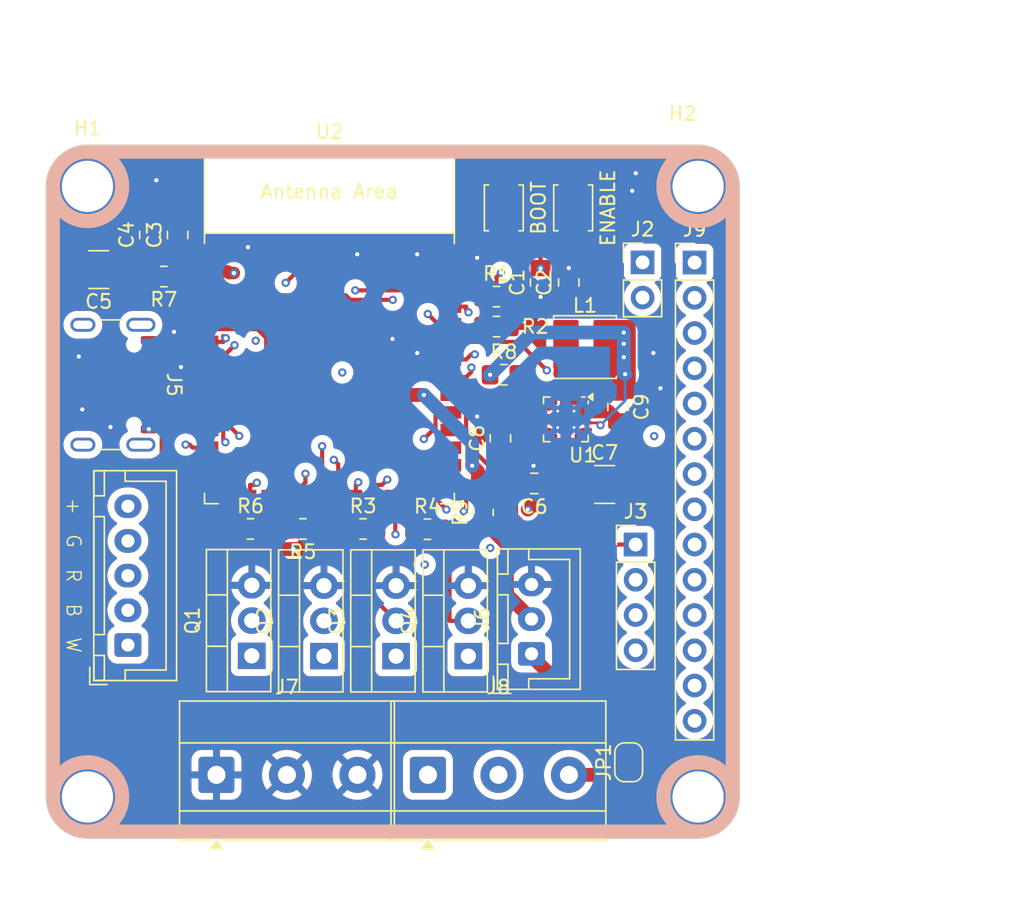
<source format=kicad_pcb>
(kicad_pcb (version 20241229) (generator "pcbnew") (generator_version "9.0")
  (title_block (title "LED Controller") (date "2025-05-27") (rev "1") (company "Paulus Handke"))
  (layers (0 "F.Cu" signal) (4 "In1.Cu" signal) (6 "In2.Cu" signal) (2 "B.Cu" signal) (13 "F.Paste" user) (15 "B.Paste" user) (5 "F.SilkS" user "F.Silkscreen") (7 "B.SilkS" user "B.Silkscreen") (1 "F.Mask" user) (3 "B.Mask" user) (25 "Edge.Cuts" user))
  (net 0 "")
  (net 1 "+24V")
  (net 2 "GND")
  (net 3 "+3.3V")
  (net 4 "Net-(U1-SS{slash}TR)")
  (net 5 "ESP_EN")
  (net 6 "ESP_BOOT")
  (net 7 "R")
  (net 8 "R_out")
  (net 9 "G")
  (net 10 "G_out")
  (net 11 "B")
  (net 12 "B_out")
  (net 13 "W")
  (net 14 "W_out")
  (net 15 "Net-(U1-PG)")
  (net 16 "I^{2}C.SCL")
  (net 17 "I^{2}C.SDA")
  (net 18 "+12V")
  (net 19 "JTAG.MTDI")
  (net 20 "Net-(J6-Pin_2)")
  (net 23 "UART.TX")
  (net 26 "USB.D+")
  (net 27 "JTAG.MTCK")
  (net 28 "UART.RX")
  (net 29 "USB.D-")
  (net 31 "JTAG.MTDO")
  (net 32 "JTAG.MTMS")
  (net 45 "Data")
  (net 46 "Net-(J6-Pin_1)")
  (net 47 "/3.3V Switch")
  (net 48 "GPIO.45")
  (net 49 "GPIO.13")
  (net 50 "GPIO.14")
  (net 51 "GPIO.46")
  (net 52 "GPIO.7")
  (net 53 "GPIO.11")
  (net 54 "GPIO.17")
  (net 55 "GPIO.47")
  (net 56 "GPIO.8")
  (net 57 "GPIO.38")
  (net 58 "GPIO.21")
  (net 59 "GPIO.6")
  (net 60 "GPIO.12")
  (net 61 "GPIO.18")
  (net 62 "GPIO.48")
  (footprint "Capacitor_SMD:C_0805_2012Metric_Pad1.18x1.45mm_HandSolder" (layer "F.Cu") (at 120.1928 73.406 180)
    (property "Reference" "C6")
    (property "Value" "100n")
  )
  (footprint "Connector_PinHeader_2.54mm:PinHeader_1x02_P2.54mm_Vertical" (layer "F.Cu") (at 128 57.475)
    (property "Reference" "J2")
    (property "Value" "UART")
  )
  (footprint "PCM_Espressif:ESP32-S3-WROOM-2" (layer "F.Cu") (at 105.434 65.118)
    (property "Reference" "U2")
    (property "Value" "ESP32-S3-WROOM-2")
  )
  (footprint "Package_TO_SOT_THT:TO-220-3_Vertical" (layer "F.Cu") (at 115.443 85.852 90)
    (property "Reference" "Q4")
    (property "Value" "IRLZ44N")
  )
  (footprint "Resistor_SMD:R_0805_2012Metric_Pad1.20x1.40mm_HandSolder" (layer "F.Cu") (at 93.5 58.5 180)
    (property "Reference" "R7")
    (property "Value" "10k")
  )
  (footprint "Resistor_SMD:R_0805_2012Metric_Pad1.20x1.40mm_HandSolder" (layer "F.Cu") (at 99.748 76.686)
    (property "Reference" "R6")
    (property "Value" "10k")
  )
  (footprint "Capacitor_SMD:C_1210_3225Metric_Pad1.33x2.70mm_HandSolder" (layer "F.Cu") (at 88.81 58 180)
    (property "Reference" "C5")
    (property "Value" "10u")
  )
  (footprint "Resistor_SMD:R_0805_2012Metric_Pad1.20x1.40mm_HandSolder" (layer "F.Cu") (at 116.5 75.5 90)
    (property "Reference" "R9")
    (property "Value" "100")
  )
  (footprint "Resistor_SMD:R_0805_2012Metric_Pad1.20x1.40mm_HandSolder" (layer "F.Cu") (at 118.011 65.577)
    (property "Reference" "R8")
    (property "Value" "100k")
  )
  (footprint "MountingHole:MountingHole_3.2mm_M3" (layer "F.Cu") (at 88 96)
    (property "Reference" "H4" (hide yes))
    (property "Value" "MountingHole")
  )
  (footprint "Resistor_SMD:R_0805_2012Metric_Pad1.20x1.40mm_HandSolder" (layer "F.Cu") (at 112.5 76.708)
    (property "Reference" "R4")
    (property "Value" "100k")
  )
  (footprint "Library:SHOU HAN TS342A2P-WZ" (layer "F.Cu") (at 123 53.55 -90)
    (property "Reference" "SW2" (hide yes))
    (property "Value" "ENABLE")
  )
  (footprint "Connector_JST:JST_XH_B5B-XH-A_1x05_P2.50mm_Vertical" (layer "F.Cu") (at 90.915 85.05 90)
    (property "Reference" "J1" (hide yes))
    (property "Value" "Conn_01x05")
  )
  (footprint "Package_TO_SOT_THT:TO-220-3_Vertical" (layer "F.Cu") (at 110.242 85.852 90)
    (property "Reference" "Q3")
    (property "Value" "IRLZ44N")
  )
  (footprint "Resistor_SMD:R_0805_2012Metric_Pad1.20x1.40mm_HandSolder" (layer "F.Cu") (at 117.475 62.103)
    (property "Reference" "R2")
    (property "Value" "100k")
  )
  (footprint "Connector_JST:JST_XH_B3B-XH-A_1x03_P2.50mm_Vertical" (layer "F.Cu") (at 119.998 85.685 90)
    (property "Reference" "J6")
    (property "Value" "Conn_01x03")
  )
  (footprint "Resistor_SMD:R_0805_2012Metric_Pad1.20x1.40mm_HandSolder" (layer "F.Cu") (at 103.526 76.686 180)
    (property "Reference" "R5")
    (property "Value" "10k")
  )
  (footprint "TerminalBlock_Phoenix:TerminalBlock_Phoenix_MKDS-1,5-3-5.08_1x03_P5.08mm_Horizontal" (layer "F.Cu") (at 112.535 94.4065)
    (property "Reference" "J8")
    (property "Value" "GND")
  )
  (footprint "Capacitor_SMD:C_0805_2012Metric_Pad1.18x1.45mm_HandSolder" (layer "F.Cu") (at 120.65 58.928 90)
    (property "Reference" "C1")
    (property "Value" "100n")
  )
  (footprint "Inductor_SMD:L_APV_ANR4026" (layer "F.Cu") (at 123.853 63.582)
    (property "Reference" "L1")
    (property "Value" "1/2.2u")
  )
  (footprint "MountingHole:MountingHole_3.2mm_M3" (layer "F.Cu") (at 132 52)
    (property "Reference" "H2")
    (property "Value" "MountingHole")
  )
  (footprint "Resistor_SMD:R_0805_2012Metric_Pad1.20x1.40mm_HandSolder" (layer "F.Cu") (at 107.86 76.686)
    (property "Reference" "R3")
    (property "Value" "100k")
  )
  (footprint "Package_TO_SOT_THT:TO-220-3_Vertical" (layer "F.Cu") (at 105.041 85.852 90)
    (property "Reference" "Q2")
    (property "Value" "IRLZ44N")
  )
  (footprint "Connector_PinHeader_2.54mm:PinHeader_1x04_P2.54mm_Vertical" (layer "F.Cu") (at 127.5 77.81)
    (property "Reference" "J3")
    (property "Value" "JTAG")
  )
  (footprint "MountingHole:MountingHole_3.2mm_M3" (layer "F.Cu") (at 88 52)
    (property "Reference" "H1")
    (property "Value" "MountingHole")
  )
  (footprint "Library:SHOU HAN TS342A2P-WZ" (layer "F.Cu") (at 118 53.55 -90)
    (property "Reference" "SW1" (hide yes))
    (property "Value" "BOOT")
  )
  (footprint "Capacitor_SMD:C_0805_2012Metric_Pad1.18x1.45mm_HandSolder" (layer "F.Cu") (at 117.757 70.149 90)
    (property "Reference" "C8")
    (property "Value" "3.3n")
  )
  (footprint "TerminalBlock_Phoenix:TerminalBlock_Phoenix_MKDS-1,5-3-5.08_1x03_P5.08mm_Horizontal" (layer "F.Cu") (at 97.295 94.4065)
    (property "Reference" "J7")
    (property "Value" "VDD")
  )
  (footprint "Package_DFN_QFN:VQFN-16-1EP_3x3mm_P0.5mm_EP1.68x1.68mm_ThermalVias" (layer "F.Cu") (at 122.473 68.789 -90)
    (property "Reference" "U1")
    (property "Value" "TPS62132")
  )
  (footprint "Package_TO_SOT_THT:TO-220-3_Vertical" (layer "F.Cu") (at 99.84 85.83 90)
    (property "Reference" "Q1")
    (property "Value" "IRLZ44N")
  )
  (footprint "Connector_PinHeader_2.54mm:PinHeader_1x14_P2.54mm_Vertical" (layer "F.Cu") (at 131.75 57.49)
    (property "Reference" "J9")
    (property "Value" "Conn_01x14")
  )
  (footprint "Connector_USB:USB_C_Receptacle_GCT_USB4105-xx-A_16P_TopMnt_Horizontal" (layer "F.Cu") (at 88.745 66.294 -90)
    (property "Reference" "J5")
    (property "Value" "USB_C_Receptacle_USB2.0_16P")
  )
  (footprint "Jumper:SolderJumper-2_P1.3mm_Open_RoundedPad1.0x1.5mm" (layer "F.Cu") (at 127 93.5 90)
    (property "Reference" "JP1")
    (property "Value" "SolderJumper_2_Open")
  )
  (footprint "MountingHole:MountingHole_3.2mm_M3" (layer "F.Cu") (at 132 96)
    (property "Reference" "H3" (hide yes))
    (property "Value" "MountingHole")
  )
  (footprint "Capacitor_SMD:C_0805_2012Metric_Pad1.18x1.45mm_HandSolder" (layer "F.Cu") (at 94.5 55.5 90)
    (property "Reference" "C3")
    (property "Value" "100n")
  )
  (footprint "Capacitor_SMD:C_0805_2012Metric_Pad1.18x1.45mm_HandSolder" (layer "F.Cu") (at 126.238 67.895 -90)
    (property "Reference" "C9")
    (property "Value" "22u")
  )
  (footprint "Capacitor_SMD:C_0805_2012Metric_Pad1.18x1.45mm_HandSolder" (layer "F.Cu") (at 122.682 58.928 -90)
    (property "Reference" "C2")
    (property "Value" "100n")
  )
  (footprint "Capacitor_SMD:C_1210_3225Metric_Pad1.33x2.70mm_HandSolder" (layer "F.Cu") (at 125.271 73.483)
    (property "Reference" "C7")
    (property "Value" "10u")
  )
  (footprint "Resistor_SMD:R_0805_2012Metric_Pad1.20x1.40mm_HandSolder" (layer "F.Cu") (at 117.475 59.944)
    (property "Reference" "R1")
    (property "Value" "100k")
  )
  (footprint "Capacitor_SMD:C_0805_2012Metric_Pad1.18x1.45mm_HandSolder" (layer "F.Cu") (at 92.5 55.5 90)
    (property "Reference" "C4")
    (property "Value" "22u")
  )
  (gr_circle (center 132 52) (end 132 49.5) (stroke (width 1)) (fill no) (layer "F.SilkS"))
  (gr_circle (center 88 96) (end 88 93.5) (stroke (width 1)) (fill no) (layer "F.SilkS"))
  (gr_circle (center 132 96) (end 132 93.5) (stroke (width 1)) (fill no) (layer "F.SilkS"))
  (gr_line (start 132 49.5) (end 88 49.5) (stroke (width 1)) (layer "F.SilkS"))
  (gr_line (start 134.5 96) (end 134.5 52) (stroke (width 1)) (layer "F.SilkS"))
  (gr_line (start 85.5 52) (end 85.5 96) (stroke (width 1)) (layer "F.SilkS"))
  (gr_circle (center 88 52) (end 88 49.5) (stroke (width 1)) (fill no) (layer "F.SilkS"))
  (gr_line (start 88 98.5) (end 132 98.5) (stroke (width 1)) (layer "F.SilkS"))
  (gr_line (start 88 98.5) (end 132 98.5) (stroke (width 1)) (layer "B.SilkS"))
  (gr_line (start 85.5 52) (end 85.5 96) (stroke (width 1)) (layer "B.SilkS"))
  (gr_line (start 132 49.5) (end 88 49.5) (stroke (width 1)) (layer "B.SilkS"))
  (gr_circle (center 132 52) (end 132 49.5) (stroke (width 1)) (fill no) (layer "B.SilkS"))
  (gr_line (start 134.5 96) (end 134.5 52) (stroke (width 1)) (layer "B.SilkS"))
  (gr_circle (center 88 96) (end 88 93.5) (stroke (width 1)) (fill no) (layer "B.SilkS"))
  (gr_circle (center 88 52) (end 88 49.5) (stroke (width 1)) (fill no) (layer "B.SilkS"))
  (gr_circle (center 132 96) (end 132 93.5) (stroke (width 1)) (fill no) (layer "B.SilkS"))
  (gr_arc (start 88 99) (mid 85.87868 98.12132) (end 85 96) (stroke (width 0.05)) (layer "Edge.Cuts"))
  (gr_line (start 85 96) (end 85 52) (stroke (width 0.05)) (layer "Edge.Cuts"))
  (gr_arc (start 132 49) (mid 134.12132 49.87868) (end 135 52) (stroke (width 0.05)) (layer "Edge.Cuts"))
  (gr_line (start 88 49) (end 132 49) (stroke (width 0.05)) (layer "Edge.Cuts"))
  (gr_line (start 132 99) (end 88 99) (stroke (width 0.05)) (layer "Edge.Cuts"))
  (gr_arc (start 85 52) (mid 85.87868 49.87868) (end 88 49) (stroke (width 0.05)) (layer "Edge.Cuts"))
  (gr_line (start 135 52) (end 135 96) (stroke (width 0.05)) (layer "Edge.Cuts"))
  (gr_arc (start 135 96) (mid 134.12132 98.12132) (end 132 99) (stroke (width 0.05)) (layer "Edge.Cuts"))
  (gr_text "W" (at 87 85.05 270) (layer "F.SilkS") (effects (font (size 1 1) (thickness 0.1))))
  (gr_text "G" (at 87 77.55 270) (layer "F.SilkS") (effects (font (size 1 1) (thickness 0.1))))
  (gr_text "B" (at 87 82.55 270) (layer "F.SilkS") (effects (font (size 1 1) (thickness 0.1))))
  (gr_text "R" (at 87 80.05 270) (layer "F.SilkS") (effects (font (size 1 1) (thickness 0.1))))
  (gr_text "+" (at 87 75.05 270) (layer "F.SilkS") (effects (font (size 1 1) (thickness 0.1))))
  (segment (start 119.7338 75.2774) (end 119.7338 75.2864) (width 1) (layer "F.Cu") (net 1))
  (segment (start 126.7435 94.4065) (end 127 94.15) (width 1) (layer "F.Cu") (net 1))
  (segment (start 123.5553 74.9846) (end 120.0266 74.9846) (width 1) (layer "F.Cu") (net 1))
  (segment (start 121.2303 72.2669) (end 122.223 71.2742) (width 0.3) (layer "F.Cu") (net 1))
  (segment (start 121.23 73.1213) (end 121.2303 73.1216) (width 1) (layer "F.Cu") (net 1))
  (segment (start 123.7085 73.483) (end 121.3073 73.483) (width 0.3) (layer "F.Cu") (net 1))
  (segment (start 122.695 94.4065) (end 126.7435 94.4065) (width 1) (layer "F.Cu") (net 1))
  (segment (start 121.23 72.8364) (end 121.2303 72.8367) (width 1) (layer "F.Cu") (net 1))
  (segment (start 120.0266 74.9846) (end 119.7338 75.2774) (width 1) (layer "F.Cu") (net 1))
  (segment (start 122.223 71.2742) (end 122.223 70.2515) (width 0.3) (layer "F.Cu") (net 1))
  (segment (start 121.2303 73.1216) (end 121.2303 73.406) (width 1) (layer "F.Cu") (net 1))
  (segment (start 121.2303 73.406) (end 121.2303 72.2669) (width 0.3) (layer "F.Cu") (net 1))
  (segment (start 121.2303 72.8367) (end 121.2303 73.406) (width 1) (layer "F.Cu") (net 1))
  (segment (start 121.3073 73.483) (end 121.2303 73.406) (width 0.3) (layer "F.Cu") (net 1))
  (segment (start 123.4043 73.4482) (end 123.9556 73.9995) (width 1) (layer "F.Cu") (net 1))
  (via (at 117.0239 78.0588) (size 0.6) (drill 0.3) (layers "F.Cu" "B.Cu") (net 1))
  (via (at 119.7338 75.2864) (size 0.6) (drill 0.3) (layers "F.Cu" "B.Cu") (net 1))
  (via (at 112.3016 79.2589) (size 0.6) (drill 0.3) (layers "F.Cu" "B.Cu") (net 1))
  (segment (start 126.238 68.9325) (end 125.5185 68.213) (width 1) (layer "F.Cu") (net 2))
  (segment (start 125.5185 68.213) (end 123.9355 68.213) (width 1) (layer "F.Cu") (net 2))
  (via (at 120.142 72.136) (size 0.6) (drill 0.3) (layers "F.Cu" "B.Cu") (net 2))
  (via (at 92.425 69.494) (size 0.6) (drill 0.3) (layers "F.Cu" "B.Cu") (net 2))
  (via (at 122.682 57.8905) (size 0.6) (drill 0.3) (layers "F.Cu" "B.Cu") (net 2))
  (via (at 89.662 69.342) (size 0.6) (drill 0.3) (layers "F.Cu" "B.Cu") (net 2))
  (via (at 127.508 51.054) (size 0.6) (drill 0.3) (layers "F.Cu" "B.Cu") (net 2))
  (via (at 92.964 51.562) (size 0.6) (drill 0.3) (layers "F.Cu" "B.Cu") (net 2))
  (via (at 109.982 62.992) (size 0.6) (drill 0.3) (layers "F.Cu" "B.Cu") (net 2))
  (via (at 94.742 65.024) (size 0.6) (drill 0.3) (layers "F.Cu" "B.Cu") (net 2))
  (via (at 94.234 62.484) (size 0.6) (drill 0.3) (layers "F.Cu" "B.Cu") (net 2))
  (via (at 120.65 59.9655) (size 0.6) (drill 0.3) (layers "F.Cu" "B.Cu") (net 2))
  (via (at 129.286 66.548) (size 0.6) (drill 0.3) (layers "F.Cu" "B.Cu") (net 2))
  (via (at 111.76 64.008) (size 0.6) (drill 0.3) (layers "F.Cu" "B.Cu") (net 2))
  (via (at 111.76 56.896) (size 0.6) (drill 0.3) (layers "F.Cu" "B.Cu") (net 2))
  (via (at 87.376 64.262) (size 0.6) (drill 0.3) (layers "F.Cu" "B.Cu") (net 2))
  (via (at 116.078 57.15) (size 0.6) (drill 0.3) (layers "F.Cu" "B.Cu") (net 2))
  (via (at 87.63 68.072) (size 0.6) (drill 0.3) (layers "F.Cu" "B.Cu") (net 2))
  (via (at 99.568 56.388) (size 0.6) (drill 0.3) (layers "F.Cu" "B.Cu") (net 2))
  (via (at 107.442 56.896) (size 0.6) (drill 0.3) (layers "F.Cu" "B.Cu") (net 2))
  (via (at 127.254 52.324) (size 0.6) (drill 0.3) (layers "F.Cu" "B.Cu") (net 2))
  (via (at 116.078 68.58) (size 0.6) (drill 0.3) (layers "F.Cu" "B.Cu") (net 2))
  (via (at 128.778 64.008) (size 0.6) (drill 0.3) (layers "F.Cu" "B.Cu") (net 2))
  (segment (start 98.748 76.9062) (end 98.748 76.686) (width 1) (layer "F.Cu") (net 3))
  (segment (start 96.684 58.128) (end 98.0856 58.128) (width 0.8998) (layer "F.Cu") (net 3))
  (segment (start 123.9355 69.039) (end 124.794 69.039) (width 0.2) (layer "F.Cu") (net 3))
  (segment (start 94.5 56.5375) (end 94.5 58.5) (width 1) (layer "F.Cu") (net 3))
  (segment (start 104.526 76.9029) (end 103.2923 78.1366) (width 1) (layer "F.Cu") (net 3))
  (segment (start 94.872 58.128) (end 94.5 58.5) (width 1) (layer "F.Cu") (net 3))
  (segment (start 103.2923 78.1366) (end 102.8327 78.1366) (width 1) (layer "F.Cu") (net 3))
  (segment (start 102.8327 78.1366) (end 99.9784 78.1366) (width 1) (layer "F.Cu") (net 3))
  (segment (start 99.9784 78.1366) (end 98.748 76.9062) (width 1) (layer "F.Cu") (net 3))
  (segment (start 98.2054 58.2478) (end 98.0856 58.128) (width 0.8998) (layer "F.Cu") (net 3))
  (segment (start 92.5 56.5375) (end 94.5 56.5375) (width 1) (layer "F.Cu") (net 3))
  (segment (start 124.794 69.039) (end 124.968 69.213) (width 0.2) (layer "F.Cu") (net 3))
  (segment (start 98.5495 58.2478) (end 98.2054 58.2478) (width 0.8998) (layer "F.Cu") (net 3))
  (segment (start 96.684 58.128) (end 94.872 58.128) (width 1) (layer "F.Cu") (net 3))
  (segment (start 104.526 76.686) (end 104.526 76.9029) (width 1) (layer "F.Cu") (net 3))
  (via (at 126.6444 62.5348) (size 0.6) (drill 0.3) (layers "F.Cu" "B.Cu") (net 3))
  (via (at 98.5495 58.2478) (size 0.6) (drill 0.3) (layers "F.Cu" "B.Cu") (net 3))
  (via (at 117.011 65.577) (size 0.6) (drill 0.3) (layers "F.Cu" "B.Cu") (net 3))
  (via (at 124.968 69.213) (size 0.6) (drill 0.3) (layers "F.Cu" "B.Cu") (net 3))
  (via (at 106.3599 65.4126) (size 0.6) (drill 0.3) (layers "F.Cu" "B.Cu") (net 3))
  (via (at 100.1271 63.1222) (size 0.6) (drill 0.3) (layers "F.Cu" "B.Cu") (net 3))
  (via (at 102.8327 78.1366) (size 0.6) (drill 0.3) (layers "F.Cu" "B.Cu") (net 3))
  (via (at 126.746 65.532) (size 0.6) (drill 0.3) (layers "F.Cu" "B.Cu") (net 3))
  (via (at 126.6444 63.3476) (size 0.6) (drill 0.3) (layers "F.Cu" "B.Cu") (net 3))
  (via (at 126.6444 64.3128) (size 0.6) (drill 0.3) (layers "F.Cu" "B.Cu") (net 3))
  (segment (start 126.6444 62.5348) (end 126.6444 65.4304) (width 1) (layer "B.Cu") (net 3))
  (segment (start 126.6444 62.5348) (end 120.0532 62.5348) (width 1) (layer "B.Cu") (net 3))
  (segment (start 124.968 69.213) (end 126.746 67.435) (width 0.2) (layer "B.Cu") (net 3))
  (segment (start 120.0532 62.5348) (end 117.011 65.577) (width 1) (layer "B.Cu") (net 3))
  (segment (start 126.746 67.435) (end 126.746 65.532) (width 0.2) (layer "B.Cu") (net 3))
  (segment (start 126.6444 65.4304) (end 126.746 65.532) (width 1) (layer "B.Cu") (net 3))
  (segment (start 121.723 70.2515) (end 120.788 71.1865) (width 0.3) (layer "F.Cu") (net 4))
  (segment (start 120.788 71.1865) (end 117.757 71.1865) (width 0.3) (layer "F.Cu") (net 4))
  (segment (start 99.2279 59.4745) (end 102.8143 55.8881) (width 0.3) (layer "F.Cu") (net 5))
  (segment (start 120.6966 54.8983) (end 121.7983 56) (width 0.3) (layer "F.Cu") (net 5))
  (segment (start 93.551 59.551) (end 96.531 59.551) (width 0.3) (layer "F.Cu") (net 5))
  (segment (start 102.8143 55.8881) (end 114.8037 55.8881) (width 0.3) (layer "F.Cu") (net 5))
  (segment (start 96.6075 59.4745) (end 99.2279 59.4745) (width 0.3) (layer "F.Cu") (net 5))
  (segment (start 124.46 57.46) (end 124.46 58.1875) (width 0.3) (layer "F.Cu") (net 5))
  (segment (start 121.9242 56) (end 121.7998 56) (width 0.3) (layer "F.Cu") (net 5))
  (segment (start 123 56) (end 124.46 57.46) (width 0.3) (layer "F.Cu") (net 5))
  (segment (start 96.531 59.551) (end 96.684 59.398) (width 0.3) (layer "F.Cu") (net 5))
  (segment (start 92 58) (end 92.5 58.5) (width 0.3) (layer "F.Cu") (net 5))
  (segment (start 115.7935 54.8983) (end 120.6966 54.8983) (width 0.3) (layer "F.Cu") (net 5))
  (segment (start 123 56) (end 121.9242 56) (width 0.3) (layer "F.Cu") (net 5))
  (segment (start 90.3725 58) (end 92 58) (width 0.3) (layer "F.Cu") (net 5))
  (segment (start 92.5 58.5) (end 93.551 59.551) (width 0.3) (layer "F.Cu") (net 5))
  (segment (start 114.8037 55.8881) (end 115.7935 54.8983) (width 0.3) (layer "F.Cu") (net 5))
  (segment (start 121.7998 56) (end 121.7983 56) (width 0.3) (layer "F.Cu") (net 5))
  (segment (start 124.46 58.1875) (end 122.682 59.9655) (width 0.3) (layer "F.Cu") (net 5))
  (segment (start 120.65 57.8905) (end 120.65 57.15) (width 0.3) (layer "F.Cu") (net 6))
  (segment (start 120.65 57.15) (end 119.5 56) (width 0.3) (layer "F.Cu") (net 6))
  (segment (start 115.2857 73.368) (end 115.2857 75.2377) (width 0.3) (layer "F.Cu") (net 6))
  (segment (start 119.5 56) (end 118 56) (width 0.3) (layer "F.Cu") (net 6))
  (segment (start 115.2857 75.2377) (end 115.1145 75.4089) (width 0.3) (layer "F.Cu") (net 6))
  (segment (start 114.184 73.368) (end 115.2857 73.368) (width 0.3) (layer "F.Cu") (net 6))
  (via (at 115.1145 75.4089) (size 0.6) (drill 0.3) (layers "F.Cu" "B.Cu") (net 6))
  (via (at 120.65 57.912) (size 0.6) (drill 0.3) (layers "F.Cu" "B.Cu") (net 6))
  (segment (start 115.2857 58.128) (end 115.2857 58.7547) (width 0.3) (layer "F.Cu") (net 7))
  (segment (start 103.1081 58.128) (end 102.2856 58.9505) (width 0.3) (layer "F.Cu") (net 7))
  (segment (start 114.184 58.128) (end 103.1081 58.128) (width 0.3) (layer "F.Cu") (net 7))
  (segment (start 114.7349 58.128) (end 115.2857 58.128) (width 0.3) (layer "F.Cu") (net 7))
  (segment (start 114.7349 58.128) (end 114.184 58.128) (width 0.3) (layer "F.Cu") (net 7))
  (segment (start 115.2857 58.7547) (end 116.475 59.944) (width 0.3) (layer "F.Cu") (net 7))
  (via (at 102.2856 58.9505) (size 0.6) (drill 0.3) (layers "F.Cu" "B.Cu") (net 7))
  (segment (start 117.4675 61.1105) (end 116.475 62.103) (width 0.3) (layer "F.Cu") (net 9))
  (segment (start 113.6332 59.398) (end 113.0823 59.398) (width 0.3) (layer "F.Cu") (net 9))
  (segment (start 107.299 59.4945) (end 112.9858 59.4945) (width 0.3) (layer "F.Cu") (net 9))
  (segment (start 112.9858 59.4945) (end 113.0823 59.398) (width 0.3) (layer "F.Cu") (net 9))
  (segment (start 117.7959 58.2158) (end 117.4675 58.5442) (width 0.3) (layer "F.Cu") (net 9))
  (segment (start 113.6332 59.398) (end 114.184 59.398) (width 0.3) (layer "F.Cu") (net 9))
  (segment (start 117.4675 58.5442) (end 117.4675 61.1105) (width 0.3) (layer "F.Cu") (net 9))
  (via (at 107.299 59.4945) (size 0.6) (drill 0.3) (layers "F.Cu" "B.Cu") (net 9))
  (via (at 117.7959 58.2158) (size 0.6) (drill 0.3) (layers "F.Cu" "B.Cu") (net 9))
  (segment (start 97.7672 75.2998) (end 97.7672 77.4016) (width 0.3) (layer "F.Cu") (net 11))
  (segment (start 106.86 78.9972) (end 106.86 76.686) (width 0.3) (layer "F.Cu") (net 11))
  (segment (start 98.449 74.618) (end 97.7672 75.2998) (width 0.3) (layer "F.Cu") (net 11))
  (segment (start 106.86 79.93) (end 106.86 78.9972) (width 0.3) (layer "F.Cu") (net 11))
  (segment (start 97.7672 77.4016) (end 99.3628 78.9972) (width 0.3) (layer "F.Cu") (net 11))
  (segment (start 110.242 83.312) (end 106.86 79.93) (width 0.3) (layer "F.Cu") (net 11))
  (segment (start 99.3628 78.9972) (end 106.86 78.9972) (width 0.3) (layer "F.Cu") (net 11))
  (segment (start 100.8544 60.668) (end 101.6694 59.853) (width 0.3) (layer "F.Cu") (net 13))
  (segment (start 96.684 60.668) (end 100.8544 60.668) (width 0.3) (layer "F.Cu") (net 13))
  (segment (start 115.443 83.312) (end 114.0913 83.312) (width 0.3) (layer "F.Cu") (net 13))
  (segment (start 114.0913 79.2993) (end 114.0913 83.312) (width 0.3) (layer "F.Cu") (net 13))
  (segment (start 106.9451 60.1777) (end 110.0005 60.1777) (width 0.3) (layer "F.Cu") (net 13))
  (segment (start 101.6694 59.853) (end 106.6204 59.853) (width 0.3) (layer "F.Cu") (net 13))
  (segment (start 111.5 76.708) (end 114.0913 79.2993) (width 0.3) (layer "F.Cu") (net 13))
  (segment (start 106.6204 59.853) (end 106.9451 60.1777) (width 0.3) (layer "F.Cu") (net 13))
  (via (at 110.0005 60.1777) (size 0.6) (drill 0.3) (layers "F.Cu" "B.Cu") (net 13))
  (segment (start 121.723 67.3265) (end 119.9735 65.577) (width 0.3) (layer "F.Cu") (net 15))
  (segment (start 119.9735 65.577) (end 119.011 65.577) (width 0.3) (layer "F.Cu") (net 15))
  (segment (start 102.259 76.419) (end 102.526 76.686) (width 0.3) (layer "F.Cu") (net 16))
  (segment (start 102.259 74.618) (end 102.259 76.419) (width 0.3) (layer "F.Cu") (net 16))
  (segment (start 100.989 74.618) (end 100.989 76.445) (width 0.3) (layer "F.Cu") (net 17))
  (segment (start 100.989 76.445) (end 100.748 76.686) (width 0.3) (layer "F.Cu") (net 17))
  (segment (start 115.6555 64.1082) (end 115.2857 64.478) (width 0.3) (layer "F.Cu") (net 19))
  (segment (start 115.9067 64.1082) (end 115.6555 64.1082) (width 0.3) (layer "F.Cu") (net 19))
  (segment (start 114.184 64.478) (end 115.2857 64.478) (width 0.3) (layer "F.Cu") (net 19))
  (via (at 115.9067 64.1082) (size 0.6) (drill 0.3) (layers "F.Cu" "B.Cu") (net 19))
  (segment (start 116.9154 76.5) (end 116.5 76.5) (width 1) (layer "F.Cu") (net 20))
  (segment (start 118.2256 81.4126) (end 118.2256 77.8102) (width 1) (layer "F.Cu") (net 20))
  (segment (start 119.998 83.185) (end 118.2256 81.4126) (width 1) (layer "F.Cu") (net 20))
  (segment (start 118.2256 77.8102) (end 116.9154 76.5) (width 1) (layer "F.Cu") (net 20))
  (segment (start 115.4565 61.0776) (end 115.2857 60.9068) (width 0.3) (layer "F.Cu") (net 23))
  (segment (start 115.2857 60.9068) (end 115.2857 60.668) (width 0.3) (layer "F.Cu") (net 23))
  (segment (start 114.184 60.668) (end 115.2857 60.668) (width 0.3) (layer "F.Cu") (net 23))
  (via (at 115.4565 61.0776) (size 0.6) (drill 0.3) (layers "F.Cu" "B.Cu") (net 23))
  (segment (start 93.301 69.985) (end 93.300979 69.985021) (width 0.2) (layer "F.Cu") (net 26))
  (segment (start 95.558999 73.368) (end 95.222138 73.031139) (width 0.2) (layer "F.Cu") (net 26))
  (segment (start 92.425 67.093) (end 93.082824 67.093) (width 0.2) (layer "F.Cu") (net 26))
  (segment (start 93.301 67.311176) (end 93.301 69.985) (width 0.2) (layer "F.Cu") (net 26))
  (segment (start 91.816176 67.044) (end 91.549 66.776824) (width 0.2) (layer "F.Cu") (net 26))
  (segment (start 92.425 67.044) (end 91.816176 67.044) (width 0.2) (layer "F.Cu") (net 26))
  (segment (start 95.222138 73.031139) (end 95.148999 72.958) (width 0.2) (layer "F.Cu") (net 26))
  (segment (start 91.816176 66.044) (end 92.425 66.044) (width 0.2) (layer "F.Cu") (net 26))
  (segment (start 93.300979 69.985021) (end 93.300979 70.571999) (width 0.2) (layer "F.Cu") (net 26))
  (segment (start 95.148999 72.958) (end 94.389802 72.958) (width 0.2) (layer "F.Cu") (net 26))
  (segment (start 91.549 66.776824) (end 91.549 66.311176) (width 0.2) (layer "F.Cu") (net 26))
  (segment (start 93.082824 67.093) (end 93.301 67.311176) (width 0.2) (layer "F.Cu") (net 26))
  (segment (start 94.389802 72.958) (end 93.300979 71.869177) (width 0.2) (layer "F.Cu") (net 26))
  (segment (start 96.684 73.368) (end 95.558999 73.368) (width 0.2) (layer "F.Cu") (net 26))
  (segment (start 92.425 67.044) (end 92.425 67.093) (width 0.2) (layer "F.Cu") (net 26))
  (segment (start 91.549 66.311176) (end 91.816176 66.044) (width 0.2) (layer "F.Cu") (net 26))
  (segment (start 93.300979 70.571999) (end 93.300979 71.869177) (width 0.2) (layer "F.Cu") (net 26))
  (segment (start 118.8821 74.8469) (end 116.9891 72.9539) (width 0.3) (layer "F.Cu") (net 27))
  (segment (start 116.9891 72.9539) (end 116.9891 72.1943) (width 0.3) (layer "F.Cu") (net 27))
  (segment (start 115.2857 70.4909) (end 115.2857 67.018) (width 0.3) (layer "F.Cu") (net 27))
  (segment (start 115.2857 67.018) (end 114.184 67.018) (width 0.3) (layer "F.Cu") (net 27))
  (segment (start 127.5 77.81) (end 120.99 77.81) (width 0.3) (layer "F.Cu") (net 27))
  (segment (start 120.99 77.81) (end 119.38 76.2) (width 0.3) (layer "F.Cu") (net 27))
  (segment (start 116.9891 72.1943) (end 115.2857 70.4909) (width 0.3) (layer "F.Cu") (net 27))
  (segment (start 119.38 76.2) (end 118.8821 75.7021) (width 0.3) (layer "F.Cu") (net 27))
  (segment (start 118.8821 75.7021) (end 118.8821 74.8469) (width 0.3) (layer "F.Cu") (net 27))
  (segment (start 113.0823 61.7568) (end 112.5241 61.1986) (width 0.3) (layer "F.Cu") (net 28))
  (segment (start 113.0823 61.938) (end 113.0823 61.7568) (width 0.3) (layer "F.Cu") (net 28))
  (segment (start 114.184 61.938) (end 113.0823 61.938) (width 0.3) (layer "F.Cu") (net 28))
  (via (at 112.5241 61.1986) (size 0.6) (drill 0.3) (layers "F.Cu" "B.Cu") (net 28))
  (segment (start 96.684 72.098) (end 95.558999 72.098) (width 0.2) (layer "F.Cu") (net 29))
  (segment (start 93.033824 66.544) (end 92.425 66.544) (width 0.2) (layer "F.Cu") (net 29))
  (segment (start 93.75098 69.798583) (end 93.75098 70.648589) (width 0.2) (layer "F.Cu") (net 29))
  (segment (start 94.576198 72.508) (end 94.185966 72.117768) (width 0.2) (layer "F.Cu") (net 29))
  (segment (start 95.558999 72.098) (end 95.148999 72.508) (width 0.2) (layer "F.Cu") (net 29))
  (segment (start 93.301 65.811176) (end 93.301 66.276824) (width 0.2) (layer "F.Cu") (net 29))
  (segment (start 93.75098 71.682782) (end 94.078045 72.009847) (width 0.2) (layer "F.Cu") (net 29))
  (segment (start 93.75098 67.124788) (end 93.75098 69.798583) (width 0.2) (layer "F.Cu") (net 29))
  (segment (start 93.033824 65.544) (end 93.301 65.811176) (width 0.2) (layer "F.Cu") (net 29))
  (segment (start 93.301 66.276824) (end 93.033824 66.544) (width 0.2) (layer "F.Cu") (net 29))
  (segment (start 92.425 66.544) (end 92.474 66.593) (width 0.2) (layer "F.Cu") (net 29))
  (segment (start 94.185966 72.117768) (end 94.078045 72.009847) (width 0.2) (layer "F.Cu") (net 29))
  (segment (start 92.425 65.544) (end 93.033824 65.544) (width 0.2) (layer "F.Cu") (net 29))
  (segment (start 92.474 66.593) (end 93.219192 66.593) (width 0.2) (layer "F.Cu") (net 29))
  (segment (start 93.457095 66.830903) (end 93.75098 67.124788) (width 0.2) (layer "F.Cu") (net 29))
  (segment (start 93.219192 66.593) (end 93.457095 66.830903) (width 0.2) (layer "F.Cu") (net 29))
  (segment (start 93.75098 70.648589) (end 93.75098 71.682782) (width 0.2) (layer "F.Cu") (net 29))
  (segment (start 95.148999 72.508) (end 94.576198 72.508) (width 0.2) (layer "F.Cu") (net 29))
  (segment (start 115.6666 65.3671) (end 115.2857 65.748) (width 0.3) (layer "F.Cu") (net 31))
  (segment (start 114.184 65.748) (end 115.2857 65.748) (width 0.3) (layer "F.Cu") (net 31))
  (segment (start 115.6666 65.0557) (end 115.6666 65.3671) (width 0.3) (layer "F.Cu") (net 31))
  (via (at 115.6666 65.0557) (size 0.6) (drill 0.3) (layers "F.Cu" "B.Cu") (net 31))
  (segment (start 114.184 63.208) (end 119.0506 63.208) (width 0.3) (layer "F.Cu") (net 32))
  (segment (start 119.0506 63.208) (end 121.1004 65.2578) (width 0.3) (layer "F.Cu") (net 32))
  (via (at 121.1004 65.2578) (size 0.6) (drill 0.3) (layers "F.Cu" "B.Cu") (net 32))
  (segment (start 116.1374 72.5471) (end 116.1374 74.1374) (width 1) (layer "F.Cu") (net 45))
  (segment (start 103.8745 67.0321) (end 112.2402 67.0321) (width 1) (layer "F.Cu") (net 45))
  (segment (start 101.2319 62.7812) (end 101.2319 64.3895) (width 1) (layer "F.Cu") (net 45))
  (segment (start 115.7215 72.1312) (end 116.1374 72.5471) (width 1) (layer "F.Cu") (net 45))
  (segment (start 116.1374 74.1374) (end 116.5 74.5) (width 1) (layer "F.Cu") (net 45))
  (segment (start 101.2319 64.3895) (end 103.8745 67.0321) (width 1) (layer "F.Cu") (net 45))
  (segment (start 100.3887 61.938) (end 101.2319 62.7812) (width 1) (layer "F.Cu") (net 45))
  (segment (start 96.684 61.938) (end 100.3887 61.938) (width 1) (layer "F.Cu") (net 45))
  (via (at 112.2402 67.0321) (size 0.6) (drill 0.3) (layers "F.Cu" "B.Cu") (net 45))
  (via (at 115.7215 72.1312) (size 0.6) (drill 0.3) (layers "F.Cu" "B.Cu") (net 45))
  (segment (start 115.7215 70.5134) (end 115.7215 72.1312) (width 1) (layer "B.Cu") (net 45))
  (segment (start 112.2402 67.0321) (end 115.7215 70.5134) (width 1) (layer "B.Cu") (net 45))
  (segment (start 119.998 85.685) (end 119.998 85.848) (width 1) (layer "F.Cu") (net 46))
  (segment (start 119.998 85.848) (end 127 92.85) (width 1) (layer "F.Cu") (net 46))
  (segment (start 113.1983 74.618) (end 112.419 74.618) (width 0.3) (layer "F.Cu") (net 48))
  (segment (start 113.8667 75.2864) (end 113.1983 74.618) (width 0.3) (layer "F.Cu") (net 48))
  (via (at 113.8667 75.2864) (size 0.6) (drill 0.3) (layers "F.Cu" "B.Cu") (net 48))
  (segment (start 106.069 72.024) (end 106.069 74.618) (width 0.3) (layer "F.Cu") (net 49))
  (segment (start 105.7516 71.7066) (end 106.069 72.024) (width 0.3) (layer "F.Cu") (net 49))
  (via (at 105.7516 71.7066) (size 0.6) (drill 0.3) (layers "F.Cu" "B.Cu") (net 49))
  (segment (start 107.339 73.5163) (end 107.5131 73.3422) (width 0.3) (layer "F.Cu") (net 50))
  (segment (start 107.5131 73.3422) (end 107.5131 73.3188) (width 0.3) (layer "F.Cu") (net 50))
  (segment (start 107.339 74.618) (end 107.339 73.5163) (width 0.3) (layer "F.Cu") (net 50))
  (via (at 107.5131 73.3188) (size 0.6) (drill 0.3) (layers "F.Cu" "B.Cu") (net 50))
  (segment (start 99.719 73.5163) (end 100.0494 73.5163) (width 0.3) (layer "F.Cu") (net 51))
  (segment (start 99.719 74.618) (end 99.719 73.5163) (width 0.3) (layer "F.Cu") (net 51))
  (segment (start 100.0494 73.5163) (end 100.2062 73.3595) (width 0.3) (layer "F.Cu") (net 51))
  (via (at 100.2062 73.3595) (size 0.6) (drill 0.3) (layers "F.Cu" "B.Cu") (net 51))
  (segment (start 97.9376 64.1051) (end 98.596 63.4467) (width 0.3) (layer "F.Cu") (net 52))
  (segment (start 96.684 64.478) (end 97.7857 64.478) (width 0.3) (layer "F.Cu") (net 52))
  (segment (start 98.596 63.4467) (end 97.9376 64.1051) (width 0.3) (layer "F.Cu") (net 52))
  (segment (start 97.7857 64.257) (end 98.596 63.4467) (width 0.3) (layer "F.Cu") (net 52))
  (segment (start 97.7857 64.478) (end 97.7857 64.257) (width 0.3) (layer "F.Cu") (net 52))
  (via (at 98.596 63.4467) (size 0.6) (drill 0.3) (layers "F.Cu" "B.Cu") (net 52))
  (segment (start 103.7081 72.7079) (end 103.7081 73.3372) (width 0.3) (layer "F.Cu") (net 53))
  (segment (start 103.7081 73.3372) (end 103.529 73.5163) (width 0.3) (layer "F.Cu") (net 53))
  (segment (start 103.529 74.618) (end 103.529 73.5163) (width 0.3) (layer "F.Cu") (net 53))
  (via (at 103.7081 72.7079) (size 0.6) (drill 0.3) (layers "F.Cu" "B.Cu") (net 53))
  (segment (start 96.684 68.288) (end 97.7857 68.288) (width 0.3) (layer "F.Cu") (net 54))
  (segment (start 97.7857 68.288) (end 97.7857 68.8315) (width 0.3) (layer "F.Cu") (net 54))
  (segment (start 97.7857 68.8315) (end 98.9391 69.9849) (width 0.3) (layer "F.Cu") (net 54))
  (via (at 98.9391 69.9849) (size 0.6) (drill 0.3) (layers "F.Cu" "B.Cu") (net 54))
  (segment (start 110.18 76.0207) (end 109.879 75.7197) (width 0.3) (layer "F.Cu") (net 55))
  (segment (start 109.879 74.618) (end 109.879 75.7197) (width 0.3) (layer "F.Cu") (net 55))
  (segment (start 110.1965 76.969) (end 110.1965 77.075) (width 0.3) (layer "F.Cu") (net 55))
  (segment (start 110.18 76.9525) (end 110.1965 76.969) (width 0.3) (layer "F.Cu") (net 55))
  (segment (start 110.18 76.9525) (end 110.18 76.0207) (width 0.3) (layer "F.Cu") (net 55))
  (via (at 110.1965 77.075) (size 0.6) (drill 0.3) (layers "F.Cu" "B.Cu") (net 55))
  (segment (start 95.5823 70.828) (end 95.3633 70.609) (width 0.3) (layer "F.Cu") (net 56))
  (segment (start 95.3633 70.609) (end 95.0708 70.609) (width 0.3) (layer "F.Cu") (net 56))
  (segment (start 96.684 70.828) (end 95.5823 70.828) (width 0.3) (layer "F.Cu") (net 56))
  (via (at 95.0708 70.609) (size 0.6) (drill 0.3) (layers "F.Cu" "B.Cu") (net 56))
  (segment (start 114.184 68.288) (end 113.0823 68.288) (width 0.3) (layer "F.Cu") (net 57))
  (segment (start 112.2402 70.2032) (end 113.0823 69.3611) (width 0.3) (layer "F.Cu") (net 57))
  (segment (start 113.0823 69.3611) (end 113.0823 68.288) (width 0.3) (layer "F.Cu") (net 57))
  (via (at 128.8331 69.9986) (size 0.6) (drill 0.3) (layers "F.Cu" "B.Cu") (net 57))
  (via (at 112.2402 70.2032) (size 0.6) (drill 0.3) (layers "F.Cu" "B.Cu") (net 57))
  (segment (start 108.609 74.618) (end 108.609 73.5163) (width 0.3) (layer "F.Cu") (net 58))
  (segment (start 109.2188 73.5163) (end 109.6041 73.131) (width 0.3) (layer "F.Cu") (net 58))
  (segment (start 108.609 73.5163) (end 109.2188 73.5163) (width 0.3) (layer "F.Cu") (net 58))
  (via (at 109.6041 73.131) (size 0.6) (drill 0.3) (layers "F.Cu" "B.Cu") (net 58))
  (segment (start 96.684 63.208) (end 97.7857 63.208) (width 0.3) (layer "F.Cu") (net 59))
  (segment (start 97.7857 62.7897) (end 97.9688 62.7897) (width 0.3) (layer "F.Cu") (net 59))
  (segment (start 97.9688 62.7897) (end 97.9688 62.9398) (width 0.3) (layer "F.Cu") (net 59))
  (segment (start 97.7857 63.208) (end 97.7857 62.7897) (width 0.3) (layer "F.Cu") (net 59))
  (via (at 97.9688 62.9398) (size 0.6) (drill 0.3) (layers "F.Cu" "B.Cu") (net 59))
  (segment (start 104.9099 73.4054) (end 104.9099 70.722) (width 0.3) (layer "F.Cu") (net 60))
  (segment (start 104.799 74.618) (end 104.799 73.5163) (width 0.3) (layer "F.Cu") (net 60))
  (segment (start 104.799 73.5163) (end 104.9099 73.4054) (width 0.3) (layer "F.Cu") (net 60))
  (via (at 104.9099 70.722) (size 0.6) (drill 0.3) (layers "F.Cu" "B.Cu") (net 60))
  (segment (start 97.7857 69.558) (end 97.7857 70.2826) (width 0.3) (layer "F.Cu") (net 61))
  (segment (start 96.684 69.558) (end 97.7857 69.558) (width 0.3) (layer "F.Cu") (net 61))
  (segment (start 97.7857 70.2826) (end 97.9389 70.4358) (width 0.3) (layer "F.Cu") (net 61))
  (via (at 97.9389 70.4358) (size 0.6) (drill 0.3) (layers "F.Cu" "B.Cu") (net 61))
  (zone (net 1) (net_name "+24V") (layer "F.Cu") (priority 1) (connect_pads yes (clearance 0.5)) (min_thickness 0.25) (fill yes (thermal_gap 0.5) (thermal_bridge_width 0.5))
    (polygon (pts (xy 122.5804 69.7992) (xy 123.3932 69.7992) (xy 123.3932 70.7136) (xy 124.8156 71.8312) (xy 124.8156 75.0824) (xy 122.6312 75.0824)))
  )
  (zone (net 3) (net_name "+3.3V") (layer "F.Cu") (priority 2) (connect_pads yes (clearance 0.5)) (min_thickness 0.25) (fill yes (thermal_gap 0.5) (thermal_bridge_width 0.5))
    (polygon (pts (xy 125.222 67.31) (xy 127.508 67.31) (xy 127.508 61.6204) (xy 124.46 61.6204) (xy 124.46 66.04)))
  )
  (zone (net 47) (net_name "/3.3V Switch") (layer "F.Cu") (priority 3) (connect_pads yes (clearance 0)) (min_thickness 0.25) (fill yes (thermal_gap 0.5) (thermal_bridge_width 0.5))
    (polygon (pts (xy 123.3932 61.6204) (xy 121.5644 61.6204) (xy 121.5644 65.6844) (xy 122.0216 66.802) (xy 122.0216 67.7672) (xy 123.444 67.7672)))
  )
  (zone (net 2) (net_name "GND") (layers "F.Cu" "B.Cu") (connect_pads (clearance 0.5)) (min_thickness 0.25) (fill yes (thermal_gap 0.5) (thermal_bridge_width 0.5))
    (polygon (pts (xy 82.714 47.222) (xy 138.594 46.968) (xy 137.832 104.372) (xy 81.698 104.88)))
  )
)
</source>
